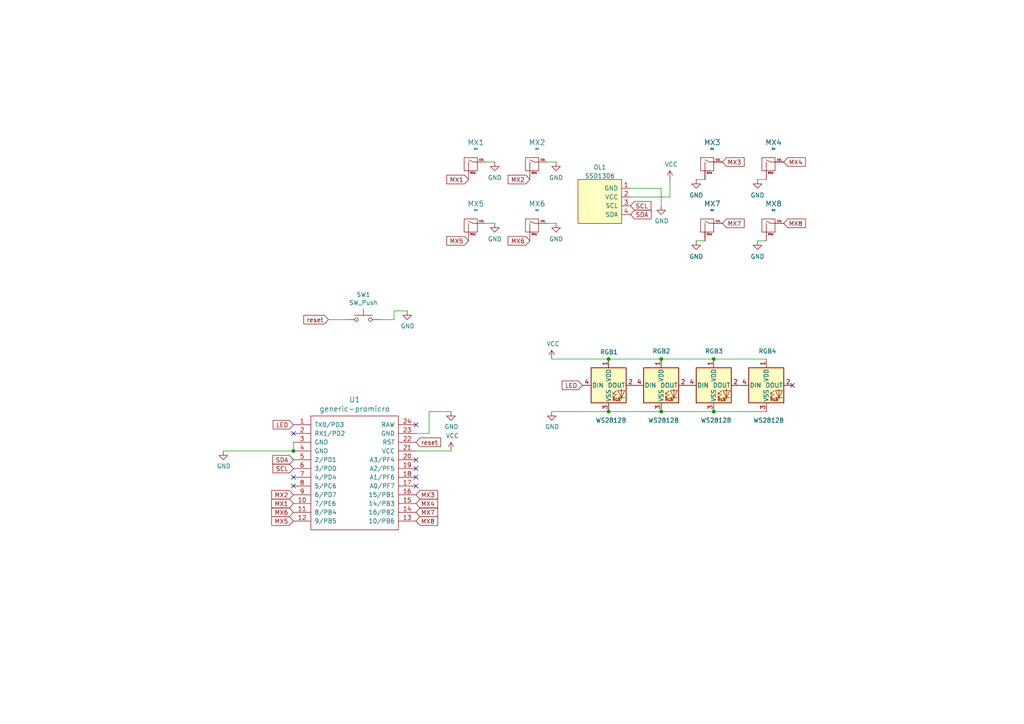
<source format=kicad_sch>
(kicad_sch (version 20211123) (generator eeschema)
  (paper "A4")
  (title_block (title "TutelPad") (date "2022-04-15") (rev "rev1.0") (company "0xCB"))
  (lib_symbols
    (symbol "0xcb:MX" (pin_names (offset 1.016))
      (property "Reference" "MX" (at -0.635 1.905 0))
      (property "Value" "MX" (at 0.635 0.635 0))
      (symbol "MX_1_0"
        (text "COL" (at 2.54 0.635 0) (effects (font (size 0.508 0.508))))
      )
      (symbol "MX_1_1"
        (polyline (pts (xy -1.27 -2.54) (xy -1.27 0)))
        (polyline (pts (xy 1.27 0) (xy 0 0) (xy -1.27 0.635)))
        (polyline (pts (xy -2.54 1.27) (xy 1.27 1.27) (xy 1.27 -2.54) (xy -2.54 -2.54) (xy -2.54 1.27)))
        (text "ROW" (at 0 -3.175 0) (effects (font (size 0.508 0.508))))
        (pin passive line (at 3.81 0 180) (length 2.54) (name "COL") (number "1"))
        (pin passive line (at -1.27 -5.08 90) (length 2.54) (name "ROW") (number "2"))
      )
    )
    (symbol "0xcb:SSD1306" (pin_names (offset 1.016))
      (property "Reference" "U1" (at 1.0794 7.62 90))
      (property "Value" "SSD1306" (at 1.0794 -4.445 0))
      (symbol "SSD1306_0_1"
        (rectangle (start -6.35 6.35) (end 6.35 -6.35) (fill (type background)))
      )
      (symbol "SSD1306_1_1"
        (pin input line (at -3.81 8.89 270) (length 2.54) (name "GND") (number "1"))
        (pin input line (at -1.27 8.89 270) (length 2.54) (name "VCC") (number "2"))
        (pin input line (at 1.27 8.89 270) (length 2.54) (name "SCL") (number "3"))
        (pin input line (at 3.81 8.89 270) (length 2.54) (name "SDA") (number "4"))
      )
    )
    (symbol "0xcb:generic-promicro" (pin_names (offset 1.016))
      (property "Reference" "U1" (at 0 21.2598 0))
      (property "Value" "generic-promicro" (at 0 18.5674 0))
      (symbol "generic-promicro_0_1"
        (rectangle (start -12.7 -16.51) (end 12.7 16.51))
      )
      (symbol "generic-promicro_1_1"
        (pin input line (at -17.78 13.97 0) (length 5.08) (name "TX0/PD3") (number "1"))
        (pin input line (at -17.78 -8.89 0) (length 5.08) (name "7/PE6") (number "10"))
        (pin input line (at -17.78 -11.43 0) (length 5.08) (name "8/PB4") (number "11"))
        (pin input line (at -17.78 -13.97 0) (length 5.08) (name "9/PB5") (number "12"))
        (pin input line (at 17.78 -13.97 180) (length 5.08) (name "10/PB6") (number "13"))
        (pin input line (at 17.78 -11.43 180) (length 5.08) (name "16/PB2") (number "14"))
        (pin input line (at 17.78 -8.89 180) (length 5.08) (name "14/PB3") (number "15"))
        (pin input line (at 17.78 -6.35 180) (length 5.08) (name "15/PB1") (number "16"))
        (pin input line (at 17.78 -3.81 180) (length 5.08) (name "A0/PF7") (number "17"))
        (pin input line (at 17.78 -1.27 180) (length 5.08) (name "A1/PF6") (number "18"))
        (pin input line (at 17.78 1.27 180) (length 5.08) (name "A2/PF5") (number "19"))
        (pin input line (at -17.78 11.43 0) (length 5.08) (name "RX1/PD2") (number "2"))
        (pin input line (at 17.78 3.81 180) (length 5.08) (name "A3/PF4") (number "20"))
        (pin input line (at 17.78 6.35 180) (length 5.08) (name "VCC") (number "21"))
        (pin input line (at 17.78 8.89 180) (length 5.08) (name "RST") (number "22"))
        (pin input line (at 17.78 11.43 180) (length 5.08) (name "GND") (number "23"))
        (pin input line (at 17.78 13.97 180) (length 5.08) (name "RAW") (number "24"))
        (pin input line (at -17.78 8.89 0) (length 5.08) (name "GND") (number "3"))
        (pin input line (at -17.78 6.35 0) (length 5.08) (name "GND") (number "4"))
        (pin input line (at -17.78 3.81 0) (length 5.08) (name "2/PD1") (number "5"))
        (pin input line (at -17.78 1.27 0) (length 5.08) (name "3/PD0") (number "6"))
        (pin input line (at -17.78 -1.27 0) (length 5.08) (name "4/PD4") (number "7"))
        (pin input line (at -17.78 -3.81 0) (length 5.08) (name "5/PC6") (number "8"))
        (pin input line (at -17.78 -6.35 0) (length 5.08) (name "6/PD7") (number "9"))
      )
    )
    (symbol "LED:WS2812B" (pin_names (offset 0.254))
      (property "Reference" "D" (at 5.08 5.715 0))
      (property "Value" "WS2812B" (at 1.27 -5.715 0))
      (symbol "WS2812B_0_0"
        (text "RGB" (at 2.286 -4.191 0) (effects (font (size 0.762 0.762))))
      )
      (symbol "WS2812B_0_1"
        (polyline (pts (xy 1.27 -3.556) (xy 1.778 -3.556)))
        (polyline (pts (xy 1.27 -2.54) (xy 1.778 -2.54)))
        (polyline (pts (xy 4.699 -3.556) (xy 2.667 -3.556)))
        (polyline (pts (xy 2.286 -2.54) (xy 1.27 -3.556) (xy 1.27 -3.048)))
        (polyline (pts (xy 2.286 -1.524) (xy 1.27 -2.54) (xy 1.27 -2.032)))
        (polyline (pts (xy 3.683 -1.016) (xy 3.683 -3.556) (xy 3.683 -4.064)))
        (polyline (pts (xy 4.699 -1.524) (xy 2.667 -1.524) (xy 3.683 -3.556) (xy 4.699 -1.524)))
        (rectangle (start 5.08 5.08) (end -5.08 -5.08) (stroke (width 0.254)) (fill (type background)))
      )
      (symbol "WS2812B_1_1"
        (pin power_in line (at 0 7.62 270) (length 2.54) (name "VDD") (number "1"))
        (pin output line (at 7.62 0 180) (length 2.54) (name "DOUT") (number "2"))
        (pin power_in line (at 0 -7.62 90) (length 2.54) (name "VSS") (number "3"))
        (pin input line (at -7.62 0 0) (length 2.54) (name "DIN") (number "4"))
      )
    )
    (symbol "Switch:SW_Push" (pin_numbers hide) (pin_names (offset 1.016) hide)
      (property "Reference" "SW" (at 1.27 2.54 0))
      (property "Value" "SW_Push" (at 0 -1.524 0))
      (symbol "SW_Push_0_1"
        (circle (center -2.032 0) (radius 0.508))
        (polyline (pts (xy 0 1.27) (xy 0 3.048)))
        (polyline (pts (xy 2.54 1.27) (xy -2.54 1.27)))
        (circle (center 2.032 0) (radius 0.508))
        (pin passive line (at -5.08 0 0) (length 2.54) (name "1") (number "1"))
        (pin passive line (at 5.08 0 180) (length 2.54) (name "2") (number "2"))
      )
    )
    (symbol "power:GND" (power) (pin_names (offset 0))
      (property "Value" "GND" (at 0 -3.81 0))
      (symbol "GND_0_1"
        (polyline (pts (xy 0 0) (xy 0 -1.27) (xy 1.27 -1.27) (xy 0 -2.54) (xy -1.27 -1.27) (xy 0 -1.27)))
      )
      (symbol "GND_1_1"
        (pin power_in line (at 0 0 270) (length 0) hide (name "GND") (number "1"))
      )
    )
    (symbol "power:VCC" (power) (pin_names (offset 0))
      (property "Value" "VCC" (at 0 3.81 0))
      (symbol "VCC_0_1"
        (polyline (pts (xy -0.762 1.27) (xy 0 2.54)))
        (polyline (pts (xy 0 0) (xy 0 2.54)))
        (polyline (pts (xy 0 2.54) (xy 0.762 1.27)))
      )
      (symbol "VCC_1_1"
        (pin power_in line (at 0 0 90) (length 0) hide (name "VCC") (number "1"))
      )
    )
  )
  (junction (at 85.09 130.81))
  (junction (at 207.01 104.14))
  (junction (at 176.53 104.14))
  (junction (at 207.01 119.38))
  (junction (at 191.77 104.14))
  (junction (at 176.53 119.38))
  (junction (at 191.77 119.38))
  (no_connect (at 120.65 140.97))
  (no_connect (at 85.09 125.73))
  (no_connect (at 85.09 138.43))
  (no_connect (at 120.65 138.43))
  (no_connect (at 120.65 123.19))
  (no_connect (at 120.65 135.89))
  (no_connect (at 120.65 133.35))
  (no_connect (at 229.87 111.76))
  (no_connect (at 85.09 140.97))
  (wire (pts (xy 124.46 119.38) (xy 124.46 125.73)))
  (wire (pts (xy 219.71 69.85) (xy 222.25 69.85)))
  (wire (pts (xy 114.3 92.71) (xy 114.3 90.17)))
  (wire (pts (xy 176.53 119.38) (xy 191.77 119.38)))
  (wire (pts (xy 219.71 52.07) (xy 222.25 52.07)))
  (wire (pts (xy 130.81 119.38) (xy 124.46 119.38)))
  (wire (pts (xy 85.09 130.81) (xy 64.77 130.81)))
  (wire (pts (xy 201.93 69.85) (xy 204.47 69.85)))
  (wire (pts (xy 160.02 119.38) (xy 176.53 119.38)))
  (wire (pts (xy 158.75 46.99) (xy 161.29 46.99)))
  (wire (pts (xy 95.25 92.71) (xy 100.33 92.71)))
  (wire (pts (xy 182.88 54.61) (xy 191.77 54.61)))
  (wire (pts (xy 120.65 130.81) (xy 130.81 130.81)))
  (wire (pts (xy 201.93 52.07) (xy 204.47 52.07)))
  (wire (pts (xy 140.97 46.99) (xy 143.51 46.99)))
  (wire (pts (xy 110.49 92.71) (xy 114.3 92.71)))
  (wire (pts (xy 158.75 64.77) (xy 161.29 64.77)))
  (wire (pts (xy 191.77 119.38) (xy 207.01 119.38)))
  (wire (pts (xy 85.09 128.27) (xy 85.09 130.81)))
  (wire (pts (xy 140.97 64.77) (xy 143.51 64.77)))
  (wire (pts (xy 191.77 54.61) (xy 191.77 59.69)))
  (wire (pts (xy 120.65 125.73) (xy 124.46 125.73)))
  (wire (pts (xy 114.3 90.17) (xy 118.11 90.17)))
  (wire (pts (xy 160.02 104.14) (xy 176.53 104.14)))
  (wire (pts (xy 194.31 52.07) (xy 194.31 57.15)))
  (wire (pts (xy 222.25 119.38) (xy 207.01 119.38)))
  (wire (pts (xy 207.01 104.14) (xy 222.25 104.14)))
  (wire (pts (xy 176.53 104.14) (xy 191.77 104.14)))
  (wire (pts (xy 182.88 57.15) (xy 194.31 57.15)))
  (wire (pts (xy 191.77 104.14) (xy 207.01 104.14)))
  (global_label "MX7" (shape input) (at 120.65 148.59 0) (property "Intersheet References" "${INTERSHEET_REFS}" (effects hide)))
  (global_label "LED" (shape input) (at 85.09 123.19 180) (property "Intersheet References" "${INTERSHEET_REFS}" (effects hide)))
  (global_label "MX3" (shape input) (at 209.55 46.99 0) (property "Intersheet References" "${INTERSHEET_REFS}" (effects hide)))
  (global_label "MX7" (shape input) (at 209.55 64.77 0) (property "Intersheet References" "${INTERSHEET_REFS}" (effects hide)))
  (global_label "SDA" (shape input) (at 182.88 62.23 0) (property "Intersheet References" "${INTERSHEET_REFS}" (effects hide)))
  (global_label "MX4" (shape input) (at 120.65 146.05 0) (property "Intersheet References" "${INTERSHEET_REFS}" (effects hide)))
  (global_label "reset" (shape input) (at 95.25 92.71 180) (property "Intersheet References" "${INTERSHEET_REFS}" (effects hide)))
  (global_label "SCL" (shape input) (at 182.88 59.69 0) (property "Intersheet References" "${INTERSHEET_REFS}" (effects hide)))
  (global_label "MX5" (shape input) (at 85.09 151.13 180) (property "Intersheet References" "${INTERSHEET_REFS}" (effects hide)))
  (global_label "MX3" (shape input) (at 120.65 143.51 0) (property "Intersheet References" "${INTERSHEET_REFS}" (effects hide)))
  (global_label "MX1" (shape input) (at 85.09 146.05 180) (property "Intersheet References" "${INTERSHEET_REFS}" (effects hide)))
  (global_label "LED" (shape input) (at 168.91 111.76 180) (property "Intersheet References" "${INTERSHEET_REFS}" (effects hide)))
  (global_label "MX8" (shape input) (at 227.33 64.77 0) (property "Intersheet References" "${INTERSHEET_REFS}" (effects hide)))
  (global_label "MX6" (shape input) (at 153.67 69.85 180) (property "Intersheet References" "${INTERSHEET_REFS}" (effects hide)))
  (global_label "MX2" (shape input) (at 153.67 52.07 180) (property "Intersheet References" "${INTERSHEET_REFS}" (effects hide)))
  (global_label "MX5" (shape input) (at 135.89 69.85 180) (property "Intersheet References" "${INTERSHEET_REFS}" (effects hide)))
  (global_label "SDA" (shape input) (at 85.09 133.35 180) (property "Intersheet References" "${INTERSHEET_REFS}" (effects hide)))
  (global_label "MX6" (shape input) (at 85.09 148.59 180) (property "Intersheet References" "${INTERSHEET_REFS}" (effects hide)))
  (global_label "reset" (shape input) (at 120.65 128.27 0) (property "Intersheet References" "${INTERSHEET_REFS}" (effects hide)))
  (global_label "MX2" (shape input) (at 85.09 143.51 180) (property "Intersheet References" "${INTERSHEET_REFS}" (effects hide)))
  (global_label "MX4" (shape input) (at 227.33 46.99 0) (property "Intersheet References" "${INTERSHEET_REFS}" (effects hide)))
  (global_label "SCL" (shape input) (at 85.09 135.89 180) (property "Intersheet References" "${INTERSHEET_REFS}" (effects hide)))
  (global_label "MX1" (shape input) (at 135.89 52.07 180) (property "Intersheet References" "${INTERSHEET_REFS}" (effects hide)))
  (global_label "MX8" (shape input) (at 120.65 151.13 0) (property "Intersheet References" "${INTERSHEET_REFS}" (effects hide)))
  (symbol (lib_id "0xcb:generic-promicro") (at 102.87 137.16 0) (unit 1)
    (property "Reference" "U1" (at 102.87 115.9002 0) (effects (font (size 1.524 1.524))))
    (property "Value" "generic-promicro" (at 102.87 118.5926 0) (effects (font (size 1.524 1.524))))
    (property "Footprint" "0xcb:generic-promicro" (effects hide))
  )
  (symbol (lib_id "power:GND") (at 64.77 130.81 0) (unit 1)
    (property "Reference" "#PWR0101" (effects hide))
    (property "Value" "GND" (at 64.897 135.2042 0))
  )
  (symbol (lib_id "power:GND") (at 130.81 119.38 0) (unit 1)
    (property "Reference" "#PWR0103" (effects hide))
    (property "Value" "GND" (at 130.937 123.7742 0))
  )
  (symbol (lib_id "0xcb:MX") (at 137.16 46.99 0) (unit 1)
    (property "Reference" "MX1" (at 137.9982 41.3258 0) (effects (font (size 1.524 1.524))))
    (property "Value" "MX" (at 137.9982 43.2054 0) (effects (font (size 0.508 0.508))))
    (property "Footprint" "0xcb:SW_Cherry_MX_PCB_1.00u" (effects hide))
  )
  (symbol (lib_id "0xcb:MX") (at 154.94 46.99 0) (unit 1)
    (property "Reference" "MX2" (at 155.7782 41.3258 0) (effects (font (size 1.524 1.524))))
    (property "Value" "MX" (at 155.7782 43.2054 0) (effects (font (size 0.508 0.508))))
    (property "Footprint" "0xcb:SW_Cherry_MX_PCB_1.00u" (effects hide))
  )
  (symbol (lib_id "0xcb:MX") (at 205.74 46.99 0) (unit 1)
    (property "Reference" "MX3" (at 206.5782 41.3258 0) (effects (font (size 1.524 1.524))))
    (property "Value" "MX" (at 206.5782 43.2054 0) (effects (font (size 0.508 0.508))))
    (property "Footprint" "0xcb:SW_Cherry_MX_PCB_1.00u" (effects hide))
  )
  (symbol (lib_id "0xcb:MX") (at 223.52 46.99 0) (unit 1)
    (property "Reference" "MX4" (at 224.3582 41.3258 0) (effects (font (size 1.524 1.524))))
    (property "Value" "MX" (at 224.3582 43.2054 0) (effects (font (size 0.508 0.508))))
    (property "Footprint" "0xcb:SW_Cherry_MX_PCB_1.00u" (effects hide))
  )
  (symbol (lib_id "0xcb:MX") (at 137.16 64.77 0) (unit 1)
    (property "Reference" "MX5" (at 137.9982 59.1058 0) (effects (font (size 1.524 1.524))))
    (property "Value" "MX" (at 137.9982 60.9854 0) (effects (font (size 0.508 0.508))))
    (property "Footprint" "0xcb:SW_Cherry_MX_PCB_1.00u" (effects hide))
  )
  (symbol (lib_id "0xcb:MX") (at 154.94 64.77 0) (unit 1)
    (property "Reference" "MX6" (at 155.7782 59.1058 0) (effects (font (size 1.524 1.524))))
    (property "Value" "MX" (at 155.7782 60.9854 0) (effects (font (size 0.508 0.508))))
    (property "Footprint" "0xcb:SW_Cherry_MX_PCB_1.00u" (effects hide))
  )
  (symbol (lib_id "0xcb:MX") (at 205.74 64.77 0) (unit 1)
    (property "Reference" "MX7" (at 206.5782 59.1058 0) (effects (font (size 1.524 1.524))))
    (property "Value" "MX" (at 206.5782 60.9854 0) (effects (font (size 0.508 0.508))))
    (property "Footprint" "0xcb:SW_Cherry_MX_PCB_1.00u" (effects hide))
  )
  (symbol (lib_id "0xcb:MX") (at 223.52 64.77 0) (unit 1)
    (property "Reference" "MX8" (at 224.3582 59.1058 0) (effects (font (size 1.524 1.524))))
    (property "Value" "MX" (at 224.3582 60.9854 0) (effects (font (size 0.508 0.508))))
    (property "Footprint" "0xcb:SW_Cherry_MX_PCB_1.00u" (effects hide))
  )
  (symbol (lib_id "power:VCC") (at 130.81 130.81 0) (unit 1)
    (property "Reference" "#PWR0102" (effects hide))
    (property "Value" "VCC" (at 131.191 126.4158 0))
  )
  (symbol (lib_id "LED:WS2812B") (at 176.53 111.76 0) (unit 1)
    (property "Reference" "RGB1" (at 173.99 102.108 0) (effects (justify left)))
    (property "Value" "WS2812B" (at 172.72 121.92 0) (effects (justify left)))
    (property "Footprint" "LED_SMD:LED_WS2812B_PLCC4_5.0x5.0mm_P3.2mm" (effects hide))
    (property "Datasheet" "https://cdn-shop.adafruit.com/datasheets/WS2812B.pdf" (effects hide))
  )
  (symbol (lib_id "Switch:SW_Push") (at 105.41 92.71 0) (unit 1)
    (property "Reference" "SW1" (at 105.41 85.471 0))
    (property "Value" "SW_Push" (at 105.41 87.7824 0))
    (property "Footprint" "0xcb:SW_Tactile_SPST_Angled" (effects hide))
  )
  (symbol (lib_id "power:GND") (at 118.11 90.17 0) (unit 1)
    (property "Reference" "#PWR0104" (effects hide))
    (property "Value" "GND" (at 118.237 94.5642 0))
  )
  (symbol (lib_id "LED:WS2812B") (at 191.77 111.76 0) (unit 1)
    (property "Reference" "RGB2" (at 189.23 101.854 0) (effects (justify left)))
    (property "Value" "WS2812B" (at 187.96 121.92 0) (effects (justify left)))
    (property "Footprint" "LED_SMD:LED_WS2812B_PLCC4_5.0x5.0mm_P3.2mm" (effects hide))
    (property "Datasheet" "https://cdn-shop.adafruit.com/datasheets/WS2812B.pdf" (effects hide))
  )
  (symbol (lib_id "LED:WS2812B") (at 207.01 111.76 0) (unit 1)
    (property "Reference" "RGB3" (at 204.47 101.854 0) (effects (justify left)))
    (property "Value" "WS2812B" (at 203.2 121.92 0) (effects (justify left)))
    (property "Footprint" "LED_SMD:LED_WS2812B_PLCC4_5.0x5.0mm_P3.2mm" (effects hide))
    (property "Datasheet" "https://cdn-shop.adafruit.com/datasheets/WS2812B.pdf" (effects hide))
  )
  (symbol (lib_id "power:GND") (at 160.02 119.38 0) (unit 1)
    (property "Reference" "#PWR0105" (effects hide))
    (property "Value" "GND" (at 160.147 123.7742 0))
  )
  (symbol (lib_id "power:VCC") (at 160.02 104.14 0) (unit 1)
    (property "Reference" "#PWR0106" (effects hide))
    (property "Value" "VCC" (at 160.401 99.7458 0))
  )
  (symbol (lib_id "power:GND") (at 191.77 59.69 0) (unit 1)
    (property "Reference" "#PWR0108" (effects hide))
    (property "Value" "GND" (at 191.897 64.0842 0))
  )
  (symbol (lib_id "power:VCC") (at 194.31 52.07 0) (unit 1)
    (property "Reference" "#PWR0107" (effects hide))
    (property "Value" "VCC" (at 194.691 47.6758 0))
  )
  (symbol (lib_id "LED:WS2812B") (at 222.25 111.76 0) (unit 1)
    (property "Reference" "RGB4" (at 219.964 101.854 0) (effects (justify left)))
    (property "Value" "WS2812B" (at 218.44 121.92 0) (effects (justify left)))
    (property "Footprint" "LED_SMD:LED_WS2812B_PLCC4_5.0x5.0mm_P3.2mm" (effects hide))
    (property "Datasheet" "https://cdn-shop.adafruit.com/datasheets/WS2812B.pdf" (effects hide))
  )
  (symbol (lib_id "0xcb:SSD1306") (at 173.99 58.42 270) (unit 1)
    (property "Reference" "OL1" (at 173.99 48.4972 90))
    (property "Value" "SSD1306" (at 173.99 51.0341 90))
    (property "Footprint" "0xcb:128x64OLED" (effects hide))
    (property "Datasheet" "amazon" (effects hide))
    (property "Alt Part Nb." "-" (effects hide))
    (property "Another Part Nb." "-" (effects hide))
    (property "Part Nb." "-" (effects hide))
  )
  (symbol (lib_id "power:GND") (at 201.93 52.07 0) (unit 1)
    (property "Reference" "#PWR0115" (effects hide))
    (property "Value" "GND" (at 201.93 56.6325 0))
  )
  (symbol (lib_id "power:GND") (at 219.71 69.85 0) (unit 1)
    (property "Reference" "#PWR0113" (effects hide))
    (property "Value" "GND" (at 219.71 74.4125 0))
  )
  (symbol (lib_id "power:GND") (at 161.29 46.99 0) (unit 1)
    (property "Reference" "#PWR0114" (effects hide))
    (property "Value" "GND" (at 161.29 51.5525 0))
  )
  (symbol (lib_id "power:GND") (at 161.29 64.77 0) (unit 1)
    (property "Reference" "#PWR0112" (effects hide))
    (property "Value" "GND" (at 161.29 69.3325 0))
  )
  (symbol (lib_id "power:GND") (at 143.51 64.77 0) (unit 1)
    (property "Reference" "#PWR0110" (effects hide))
    (property "Value" "GND" (at 143.51 69.3325 0))
  )
  (symbol (lib_id "power:GND") (at 219.71 52.07 0) (unit 1)
    (property "Reference" "#PWR0116" (effects hide))
    (property "Value" "GND" (at 219.71 56.6325 0))
  )
  (symbol (lib_id "power:GND") (at 143.51 46.99 0) (unit 1)
    (property "Reference" "#PWR0111" (effects hide))
    (property "Value" "GND" (at 143.51 51.5525 0))
  )
  (symbol (lib_id "power:GND") (at 201.93 69.85 0) (unit 1)
    (property "Reference" "#PWR0109" (effects hide))
    (property "Value" "GND" (at 201.93 74.4125 0))
  )
)
</source>
